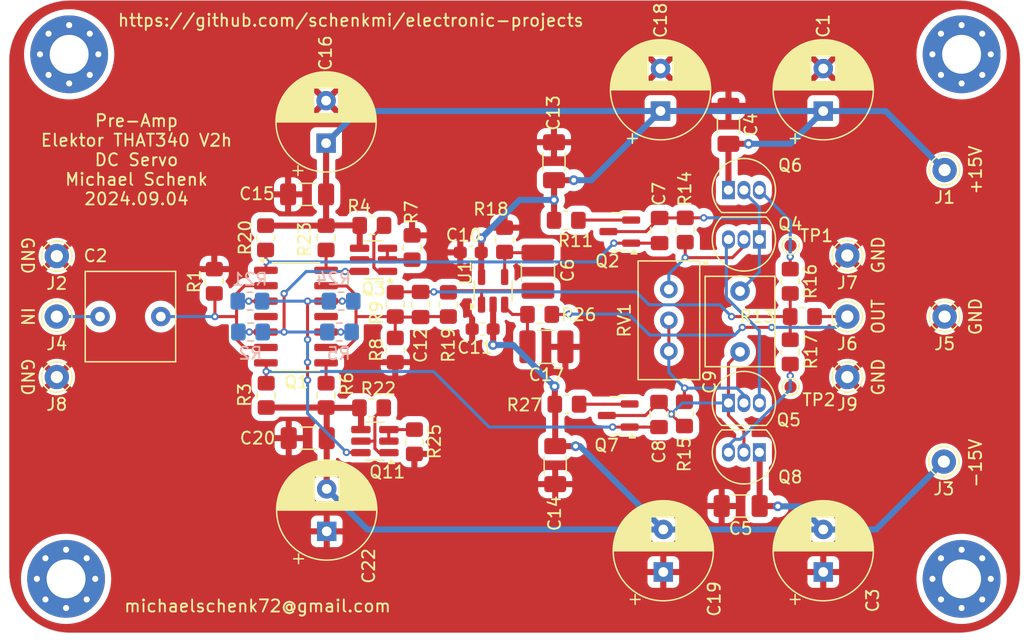
<source format=kicad_pcb>
(kicad_pcb (version 20240108) (generator "pcbnew") (generator_version "8.0")
  (layers (0 "F.Cu" signal) (31 "B.Cu" signal) (34 "B.Paste" user) (35 "F.Paste" user) (36 "B.SilkS" user "B.Silkscreen") (37 "F.SilkS" user "F.Silkscreen") (38 "B.Mask" user) (39 "F.Mask" user) (44 "Edge.Cuts" user))
  (net 0 "")
  (net 1 "GND")
  (net 2 "+15V")
  (net 3 "Net-(J4-Pin_1)")
  (net 4 "-15V")
  (net 5 "Net-(U1--)")
  (net 6 "Net-(Q1A-C)")
  (net 7 "Net-(Q2-C)")
  (net 8 "Net-(C12-Pad1)")
  (net 9 "Net-(Q1C-E)")
  (net 10 "Net-(Q1B-B)")
  (net 11 "Net-(U1-+)")
  (net 12 "Net-(Q1A-B)")
  (net 13 "Net-(Q1A-E)")
  (net 14 "Net-(Q1C-C)")
  (net 15 "Net-(Q1D-E)")
  (net 16 "Net-(Q1B-E)")
  (net 17 "Net-(Q1B-C)")
  (net 18 "Net-(Q3A-E1)")
  (net 19 "Net-(Q3A-B1)")
  (net 20 "Net-(Q3A-C1)")
  (net 21 "Net-(Q4-B)")
  (net 22 "Net-(Q4-E)")
  (net 23 "Net-(Q5-B)")
  (net 24 "DCSERVO_OUT")
  (net 25 "DCSERVO_IN")
  (net 26 "Net-(Q8-E)")
  (net 27 "Net-(Q1-Pad10)")
  (net 28 "Net-(Q11A-E1)")
  (net 29 "Net-(Q11A-B1)")
  (net 30 "Net-(Q11A-C1)")
  (net 31 "Net-(Q5-C)")
  (net 32 "Net-(Q2-E)")
  (net 33 "Net-(Q7-E)")
  (net 34 "Net-(Q6-E)")
  (footprint "Capacitor_THT:CP_Radial_D8.0mm_P3.50mm" (layer "F.Cu") (at 188.2648 105.0036 90)
    (property "Reference" "C1")
    (property "Value" "220uF")
  )
  (footprint "Capacitor_THT:C_Rect_L7.2mm_W7.2mm_P5.00mm_FKS2_FKP2_MKS2_MKP2" (layer "F.Cu") (at 133.778 121.92 180)
    (property "Reference" "C2")
    (property "Value" "3.3uF")
  )
  (footprint "Capacitor_SMD:C_1206_3216Metric_Pad1.33x1.80mm_HandSolder" (layer "F.Cu") (at 181.4699 137.5156 180)
    (property "Reference" "C5")
    (property "Value" "100nF")
  )
  (footprint "Connector_Pin:Pin_D1.0mm_L10.0mm" (layer "F.Cu") (at 125.222 116.9416)
    (property "Reference" "J2")
    (property "Value" "Conn_01x01")
  )
  (footprint "Connector_Pin:Pin_D1.0mm_L10.0mm" (layer "F.Cu") (at 125.222 121.92)
    (property "Reference" "J4")
    (property "Value" "Conn_01x01")
  )
  (footprint "Resistor_SMD:R_0805_2012Metric_Pad1.20x1.40mm_HandSolder" (layer "F.Cu") (at 138.176 119.015 90)
    (property "Reference" "R1")
    (property "Value" "10k")
  )
  (footprint "Resistor_SMD:R_0805_2012Metric_Pad1.20x1.40mm_HandSolder" (layer "F.Cu") (at 142.4432 128.4064 -90)
    (property "Reference" "R3")
    (property "Value" "806R")
  )
  (footprint "Resistor_SMD:R_0805_2012Metric_Pad1.20x1.40mm_HandSolder" (layer "F.Cu") (at 151.1369 114.4168)
    (property "Reference" "R4")
    (property "Value" "120R")
  )
  (footprint "Resistor_SMD:R_0805_2012Metric_Pad1.20x1.40mm_HandSolder" (layer "F.Cu") (at 147.3708 128.4064 -90)
    (property "Reference" "R6")
    (property "Value" "806R")
  )
  (footprint "Resistor_SMD:R_0805_2012Metric_Pad1.20x1.40mm_HandSolder" (layer "F.Cu") (at 153.0604 120.92 -90)
    (property "Reference" "R9")
    (property "Value" "10k")
  )
  (footprint "MountingHole:MountingHole_3.2mm_M3_Pad_Via" (layer "F.Cu") (at 199.644 143.51)
    (property "Reference" "H2" (hide yes))
    (property "Value" "MountingHole")
  )
  (footprint "MountingHole:MountingHole_3.2mm_M3_Pad_Via" (layer "F.Cu") (at 199.644 100.33)
    (property "Reference" "H1" (hide yes))
    (property "Value" "MountingHole")
  )
  (footprint "Resistor_SMD:R_0805_2012Metric_Pad1.20x1.40mm_HandSolder" (layer "F.Cu") (at 167.1226 113.9952)
    (property "Reference" "R11")
    (property "Value" "249R")
  )
  (footprint "MountingHole:MountingHole_3.2mm_M3_Pad_Via" (layer "F.Cu") (at 126.238 100.33)
    (property "Reference" "H4" (hide yes))
    (property "Value" "MountingHole")
  )
  (footprint "Resistor_SMD:R_0805_2012Metric_Pad1.20x1.40mm_HandSolder" (layer "F.Cu") (at 153.0604 124.6773 -90)
    (property "Reference" "R8")
    (property "Value" "4.7k")
  )
  (footprint "Capacitor_SMD:C_0805_2012Metric_Pad1.18x1.45mm_HandSolder" (layer "F.Cu") (at 155.1432 120.9255 -90)
    (property "Reference" "C12")
    (property "Value" "4.7pF")
  )
  (footprint "Capacitor_SMD:C_1206_3216Metric_Pad1.33x1.80mm_HandSolder" (layer "F.Cu") (at 166.2176 134.1505 -90)
    (property "Reference" "C14")
    (property "Value" "100nF")
  )
  (footprint "Resistor_SMD:R_0805_2012Metric_Pad1.20x1.40mm_HandSolder" (layer "F.Cu") (at 154.4422 116.2362 90)
    (property "Reference" "R7")
    (property "Value" "10k")
  )
  (footprint "Connector_Pin:Pin_D1.0mm_L10.0mm" (layer "F.Cu") (at 190.246 121.92)
    (property "Reference" "J6")
    (property "Value" "Conn_01x01")
  )
  (footprint "Connector_Pin:Pin_D1.0mm_L10.0mm" (layer "F.Cu") (at 190.246 116.8908)
    (property "Reference" "J7")
    (property "Value" "Conn_01x01")
  )
  (footprint "Resistor_SMD:R_0805_2012Metric_Pad1.20x1.40mm_HandSolder" (layer "F.Cu") (at 142.3924 115.4336 -90)
    (property "Reference" "R20")
    (property "Value" "806R")
  )
  (footprint "Resistor_SMD:R_0805_2012Metric_Pad1.20x1.40mm_HandSolder" (layer "F.Cu") (at 151.114 129.4318 180)
    (property "Reference" "R22")
    (property "Value" "120R")
  )
  (footprint "Resistor_SMD:R_0805_2012Metric_Pad1.20x1.40mm_HandSolder" (layer "F.Cu") (at 147.3708 115.4336 -90)
    (property "Reference" "R23")
    (property "Value" "806R")
  )
  (footprint "Resistor_SMD:R_0805_2012Metric_Pad1.20x1.40mm_HandSolder" (layer "F.Cu") (at 154.6352 132.2235 90)
    (property "Reference" "R25")
    (property "Value" "10k")
  )
  (footprint "Resistor_SMD:R_0805_2012Metric_Pad1.20x1.40mm_HandSolder" (layer "F.Cu") (at 167.1828 129.1336 180)
    (property "Reference" "R27")
    (property "Value" "249R")
  )
  (footprint "Connector_Pin:Pin_D1.0mm_L10.0mm" (layer "F.Cu") (at 198.247 109.855)
    (property "Reference" "J1")
    (property "Value" "Conn_01x01")
  )
  (footprint "Connector_Pin:Pin_D1.0mm_L10.0mm" (layer "F.Cu") (at 198.1835 133.858)
    (property "Reference" "J3")
    (property "Value" "Conn_01x01")
  )
  (footprint "Connector_Pin:Pin_D1.0mm_L10.0mm" (layer "F.Cu") (at 198.247 121.92)
    (property "Reference" "J5")
    (property "Value" "Conn_01x01")
  )
  (footprint "Capacitor_THT:CP_Radial_D8.0mm_P3.50mm" (layer "F.Cu") (at 174.879 105 90)
    (property "Reference" "C18")
    (property "Value" "220uF")
  )
  (footprint "Capacitor_THT:CP_Radial_D8.0mm_P3.50mm" (layer "F.Cu") (at 175.1076 142.946 90)
    (property "Reference" "C19")
    (property "Value" "220uF")
  )
  (footprint "Resistor_SMD:R_0805_2012Metric_Pad1.20x1.40mm_HandSolder" (layer "F.Cu") (at 186.547 121.92 180)
    (property "Reference" "R13")
    (property "Value" "47R")
  )
  (footprint "Package_TO_SOT_SMD:SC-74-6_1.55x2.9mm_P0.95mm" (layer "F.Cu") (at 151.2744 117.2464 180)
    (property "Reference" "Q3")
    (property "Value" "BCM857DS,115")
  )
  (footprint "Package_TO_SOT_SMD:SC-74-6_1.55x2.9mm_P0.95mm" (layer "F.Cu") (at 151.3848 132.1709 180)
    (property "Reference" "Q11")
    (property "Value" "BCM847DS,115")
  )
  (footprint "Capacitor_SMD:C_1206_3216Metric_Pad1.33x1.80mm_HandSolder" (layer "F.Cu") (at 166.116 109.1307 -90)
    (property "Reference" "C13")
    (property "Value" "100nF")
  )
  (footprint "Package_SO:SOIC-14_3.9x8.7mm_P1.27mm" (layer "F.Cu") (at 144.894537 121.92)
    (property "Reference" "Q1")
    (property "Value" "THAT340")
  )
  (footprint "Capacitor_THT:C_Rect_L7.2mm_W5.5mm_P5.00mm_FKS2_FKP2_MKS2_MKP2" (layer "F.Cu") (at 181.4195 124.8245 90)
    (property "Reference" "C9")
    (property "Value" "1uF")
  )
  (footprint "Package_TO_SOT_SMD:SOT-23" (layer "F.Cu") (at 171.5285 114.9248 180)
    (property "Reference" "Q2")
    (property "Value" "BC860C")
  )
  (footprint "Package_TO_SOT_THT:TO-92_Inline" (layer "F.Cu") (at 183.007 115.57 180)
    (property "Reference" "Q4")
    (property "Value" "BC550C")
  )
  (footprint "Package_TO_SOT_THT:TO-92_Inline" (layer "F.Cu") (at 180.467 129.032)
    (property "Reference" "Q5")
    (property "Value" "BC560C")
  )
  (footprint "Package_TO_SOT_THT:TO-92_Inline" (layer "F.Cu") (at 180.467 111.506)
    (property "Reference" "Q6")
    (property "Value" "BC337-40")
  )
  (footprint "Package_TO_SOT_THT:TO-92_Inline" (layer "F.Cu") (at 183.007 133.096 180)
    (property "Reference" "Q8")
    (property "Value" "BC327-40")
  )
  (footprint "Resistor_SMD:R_0805_2012Metric_Pad1.20x1.40mm_HandSolder" (layer "F.Cu") (at 176.911 114.792 -90)
    (property "Reference" "R14")
    (property "Value" "390R")
  )
  (footprint "Resistor_SMD:R_0805_2012Metric_Pad1.20x1.40mm_HandSolder" (layer "F.Cu") (at 176.8475 129.9309 -90)
    (property "Reference" "R15")
    (property "Value" "390R")
  )
  (footprint "Resistor_SMD:R_0805_2012Metric_Pad1.20x1.40mm_HandSolder" (layer "F.Cu") (at 185.547 119.015 -90)
    (property "Reference" "R16")
    (property "Value" "10R")
  )
  (footprint "Resistor_SMD:R_0805_2012Metric_Pad1.20x1.40mm_HandSolder" (layer "F.Cu") (at 185.547 124.825 -90)
    (property "Reference" "R17")
    (property "Value" "10R")
  )
  (footprint "Potentiometer_THT:Potentiometer_Bourns_3296W_Vertical" (layer "F.Cu") (at 175.5648 119.6848 90)
    (property "Reference" "RV1")
    (property "Value" "10k")
  )
  (footprint "MountingHole:MountingHole_3.2mm_M3_Pad_Via" (layer "F.Cu") (at 125.984 143.51)
    (property "Reference" "H3" (hide yes))
    (property "Value" "MountingHole")
  )
  (footprint "Capacitor_SMD:C_1206_3216Metric_Pad1.33x1.80mm_HandSolder" (layer "F.Cu") (at 180.467 106.1335 -90)
    (property "Reference" "C4")
    (property "Value" "100nF")
  )
  (footprint "Capacitor_THT:CP_Radial_D8.0mm_P3.50mm" (layer "F.Cu") (at 188.2648 142.946 90)
    (property "Reference" "C3")
    (property "Value" "220uF")
  )
  (footprint "Capacitor_SMD:C_1210_3225Metric_Pad1.33x2.70mm_HandSolder" (layer "F.Cu") (at 164.7952 118.2258 90)
    (property "Reference" "C6")
    (property "Value" "1uF/16V")
  )
  (footprint "Capacitor_SMD:C_0603_1608Metric_Pad1.08x0.95mm_HandSolder" (layer "F.Cu") (at 159.27028 116.6387)
    (property "Reference" "C10")
    (property "Value" "100nF")
  )
  (footprint "Capacitor_SMD:C_0603_1608Metric_Pad1.08x0.95mm_HandSolder" (layer "F.Cu") (at 160.24818 122.9506)
    (property "Reference" "C11")
    (property "Value" "100nF")
  )
  (footprint "Capacitor_SMD:C_1210_3225Metric_Pad1.33x2.70mm_HandSolder" (layer "F.Cu") (at 165.4941 124.4092 180)
    (property "Reference" "C17")
    (property "Value" "1uF/16V")
  )
  (footprint "Resistor_SMD:R_0805_2012Metric_Pad1.20x1.40mm_HandSolder" (layer "F.Cu") (at 162.052 115.6006 90)
    (property "Reference" "R18")
    (property "Value" "160k")
  )
  (footprint "Resistor_SMD:R_0805_2012Metric_Pad1.20x1.40mm_HandSolder" (layer "F.Cu") (at 157.4292 120.92 -90)
    (property "Reference" "R19")
    (property "Value" "47k")
  )
  (footprint "Resistor_SMD:R_0805_2012Metric_Pad1.20x1.40mm_HandSolder" (layer "F.Cu") (at 164.93668 121.7441 180)
    (property "Reference" "R26")
    (property "Value" "160k")
  )
  (footprint "Package_TO_SOT_SMD:TSOT-23-5" (layer "F.Cu") (at 161.10818 119.7991 90)
    (property "Reference" "U1")
    (property "Value" "OPA182IDBVR")
  )
  (footprint "Capacitor_SMD:C_1206_3216Metric_Pad1.33x1.80mm_HandSolder" (layer "F.Cu") (at 145.8591 131.9276 180)
    (property "Reference" "C20")
    (property "Value" "100nF")
  )
  (footprint "Package_TO_SOT_SMD:SOT-23" (layer "F.Cu") (at 171.3992 130.0632 180)
    (property "Reference" "Q7")
    (property "Value" "BC850C")
  )
  (footprint "Capacitor_SMD:C_0805_2012Metric_Pad1.18x1.45mm_HandSolder" (layer "F.Cu") (at 174.8028 114.8373 -90)
    (property "Reference" "C7")
    (property "Value" "22pF")
  )
  (footprint "TestPoint:TestPoint_Pad_D1.0mm" (layer "F.Cu") (at 185.5724 127.7112)
    (property "Reference" "TP2")
    (property "Value" "TestPoint")
  )
  (footprint "Capacitor_THT:CP_Radial_D8.0mm_P3.50mm" (layer "F.Cu") (at 147.4216 139.5984 90)
    (property "Reference" "C22")
    (property "Value" "220uF")
  )
  (footprint "Capacitor_SMD:C_1206_3216Metric_Pad1.33x1.80mm_HandSolder" (layer "F.Cu") (at 145.8083 111.8616)
    (property "Reference" "C15")
    (property "Value" "100nF")
  )
  (footprint "Connector_Pin:Pin_D1.0mm_L10.0mm" (layer "F.Cu") (at 125.222 126.8984)
    (property "Reference" "J8")
    (property "Value" "Conn_01x01")
  )
  (footprint "TestPoint:TestPoint_Pad_D1.0mm" (layer "F.Cu") (at 185.5724 116.078)
    (property "Reference" "TP1")
    (property "Value" "TestPoint")
  )
  (footprint "Connector_Pin:Pin_D1.0mm_L10.0mm" (layer "F.Cu") (at 190.246 126.8984)
    (property "Reference" "J9")
    (property "Value" "Conn_01x01")
  )
  (footprint "Capacitor_THT:CP_Radial_D8.0mm_P3.50mm" (layer "F.Cu") (at 147.3708 107.6452 90)
    (property "Reference" "C16")
    (property "Value" "220uF")
  )
  (footprint "Capacitor_SMD:C_0805_2012Metric_Pad1.18x1.45mm_HandSolder" (layer "F.Cu") (at 174.752 129.9781 -90)
    (property "Reference" "C8")
    (property "Value" "22pF")
  )
  (footprint "Resistor_SMD:R_0805_2012Metric_Pad1.20x1.40mm_HandSolder" (layer "B.Cu") (at 141.1572 123.19 180)
    (property "Reference" "R2")
    (property "Value" "80.6R")
  )
  (footprint "Resistor_SMD:R_0805_2012Metric_Pad1.20x1.40mm_HandSolder" (layer "B.Cu") (at 148.4724 123.19)
    (property "Reference" "R5")
    (property "Value" "80.6R")
  )
  (footprint "Resistor_SMD:R_0805_2012Metric_Pad1.20x1.40mm_HandSolder" (layer "B.Cu") (at 141.1064 120.65)
    (property "Reference" "R21")
    (property "Value" "80.6R")
  )
  (footprint "Resistor_SMD:R_0805_2012Metric_Pad1.20x1.40mm_HandSolder" (layer "B.Cu") (at 148.606 120.65 180)
    (property "Reference" "R24")
    (property "Value" "80.6R")
  )
  (gr_line (start 121.285 142.955) (end 121.285 100.885) (stroke (width 0.05)) (layer "Edge.Cuts"))
  (gr_line (start 204.47 100.885) (end 204.47 142.955) (stroke (width 0.05)) (layer "Edge.Cuts"))
  (gr_arc (start 204.47 142.955) (mid 203.005534 146.490534) (end 199.47 147.955) (stroke (width 0.05)) (layer "Edge.Cuts"))
  (gr_arc (start 126.285 147.955) (mid 122.749466 146.490534) (end 121.285 142.955) (stroke (width 0.05)) (layer "Edge.Cuts"))
  (gr_line (start 199.47 147.955) (end 126.285 147.955) (stroke (width 0.05)) (layer "Edge.Cuts"))
  (gr_arc (start 199.47 95.885) (mid 203.005534 97.349466) (end 204.47 100.885) (stroke (width 0.05)) (layer "Edge.Cuts"))
  (gr_line (start 126.285 95.885) (end 199.47 95.885) (stroke (width 0.05)) (layer "Edge.Cuts"))
  (gr_arc (start 121.285 100.885) (mid 122.749466 97.349466) (end 126.285 95.885) (stroke (width 0.05)) (layer "Edge.Cuts"))
  (gr_text "GND" (at 192.786 116.84 90) (layer "F.SilkS") (effects (font (size 1 1))))
  (gr_text "OUT" (at 192.786 121.92 90) (layer "F.SilkS") (effects (font (size 1 1))))
  (gr_text "michaelschenk72@gmail.com" (at 141.732 145.7452 0) (layer "F.SilkS") (effects (font (size 1 1))))
  (gr_text "GND" (at 200.787 121.92 90) (layer "F.SilkS") (effects (font (size 1 1))))
  (gr_text "+15V" (at 200.787 109.855 90) (layer "F.SilkS") (effects (font (size 1 1))))
  (gr_text "-15V" (at 200.787 133.985 90) (layer "F.SilkS") (effects (font (size 1 1))))
  (gr_text "Pre-Amp\nElektor THAT340 V2h\nDC Servo\nMichael Schenk\n2024.09.04" (at 131.7752 109.0168 0) (layer "F.SilkS") (effects (font (size 1 1))))
  (gr_text "IN" (at 122.809 121.92 270) (layer "F.SilkS") (effects (font (size 1 1))))
  (gr_text "GND" (at 192.786 126.8984 90) (layer "F.SilkS") (effects (font (size 1 1))))
  (gr_text "GND" (at 122.809 116.8908 270) (layer "F.SilkS") (effects (font (size 1 1))))
  (gr_text "https://github.com/schenkmi/electronic-projects" (at 149.4028 97.536 0) (layer "F.SilkS") (effects (font (size 1 1))))
  (gr_text "GND" (at 122.809 126.8984 270) (layer "F.SilkS") (effects (font (size 1 1))))
  (gr_text "°" (at 178.562 117.9068 0) (layer "F.SilkS") (effects (font (size 1 1))))
  (segment (start 180.467 105.0218) (end 180.4888 105) (width 0.5) (layer "F.Cu") (net 1))
  (segment (start 150.1369 114.4168) (end 147.3876 114.4168) (width 0.5) (layer "F.Cu") (net 2))
  (segment (start 160.13278 116.6387) (end 160.13278 115.4703) (width 0.5) (layer "F.Cu") (net 2))
  (segment (start 166.116 110.6932) (end 167.7416 110.6932) (width 0.5) (layer "F.Cu") (net 2))
  (segment (start 147.3876 114.4168) (end 147.3708 114.4336) (width 0.5) (layer "F.Cu") (net 2))
  (segment (start 166.1226 110.6998) (end 166.116 110.6932) (width 0.5) (layer "F.Cu") (net 2))
  (segment (start 142.3924 114.4336) (end 147.3708 114.4336) (width 0.5) (layer "F.Cu") (net 2))
  (segment (start 147.3708 111.8616) (end 147.3708 114.4336) (width 0.5) (layer "F.Cu") (net 2))
  (segment (start 147.3708 107.6452) (end 147.3708 111.8616) (width 0.5) (layer "F.Cu") (net 2))
  (segment (start 180.467 107.696) (end 180.467 111.506) (width 0.5) (layer "F.Cu") (net 2))
  (segment (start 150.1369 114.4168) (end 150.1369 116.2964) (width 0.5) (layer "F.Cu") (net 2))
  (segment (start 180.467 107.696) (end 182.118 107.696) (width 0.5) (layer "F.Cu") (net 2))
  (segment (start 166.1226 113.9952) (end 166.1226 110.6998) (width 0.5) (layer "F.Cu") (net 2))
  (segment (start 160.13278 116.6387) (end 160.13278 118.4637) (width 0.5) (layer "F.Cu") (net 2))
  (via (at 167.7416 110.6932) (size 0.8) (drill 0.4) (layers "F.Cu" "B.Cu") (net 2))
  (via (at 166.116 112.3188) (size 0.8) (drill 0.4) (layers "F.Cu" "B.Cu") (net 2))
  (via (at 160.13278 115.4703) (size 0.8) (drill 0.4) (layers "F.Cu" "B.Cu") (net 2))
  (via (at 182.118 107.696) (size 0.8) (drill 0.4) (layers "F.Cu" "B.Cu") (net 2))
  (segment (start 198.247 109.855) (end 193.3956 105.0036) (width 0.5) (layer "B.Cu") (net 2))
  (segment (start 150.016 105) (end 147.3708 107.6452) (width 0.5) (layer "B.Cu") (net 2))
  (segment (start 175.1584 105) (end 187.9964 105) (width 0.5) (layer "B.Cu") (net 2))
  (segment (start 167.7416 110.6932) (end 169.1858 110.6932) (width 0.5) (layer "B.Cu") (net 2))
  (segment (start 166.116 112.3188) (end 163.28428 112.3188) (width 0.5) (layer "B.Cu") (net 2))
  (segment (start 188.2648 105.0036) (end 185.5724 107.696) (width 0.5) (layer "B.Cu") (net 2))
  (segment (start 169.1858 110.6932) (end 174.879 105) (width 0.5) (layer "B.Cu") (net 2))
  (segment (start 193.3956 105.0036) (end 188 105.0036) (width 0.5) (layer "B.Cu") (net 2))
  (segment (start 150.016 105) (end 175.1584 105) (width 0.5) (layer "B.Cu") (net 2))
  (segment (start 185.5724 107.696) (end 182.118 107.696) (width 0.5) (layer "B.Cu") (net 2))
  (segment (start 163.28428 112.3188) (end 160.13278 115.4703) (width 0.5) (layer "B.Cu") (net 2))
  (segment (start 125.222 121.92) (end 128.778 121.92) (width 0.25) (layer "B.Cu") (net 3))
  (segment (start 142.4432 129.4064) (end 147.3708 129.4064) (width 0.5) (layer "F.Cu") (net 4))
  (segment (start 147.4216 129.4572) (end 147.3708 129.4064) (width 0.5) (layer "F.Cu") (net 4))
  (segment (start 150.2473 131.2209) (end 150.2473 129.5651) (width 0.5) (layer "F.Cu") (net 4))
  (segment (start 147.4216 136.0984) (end 147.4216 131.9276) (width 0.5) (layer "F.Cu") (net 4))
  (segment (start 147.3962 129.4318) (end 147.3708 129.4064) (width 0.5) (layer "F.Cu") (net 4))
  (segment (start 150.114 129.4318) (end 147.3962 129.4318) (width 0.5) (layer "F.Cu") (net 4))
  (segment (start 166.1828 127.6764) (end 166.1668 127.6604) (width 0.5) (layer "F.Cu") (net 4))
  (segment (start 161.11068 122.9506) (end 161.11068 121.1116) (width 0.5) (layer "F.Cu") (net 4))
  (segment (start 166.1828 129.1336) (end 166.1828 127.6764) (width 0.5) (layer "F.Cu") (net 4))
  (segment (start 161.11068 124.246) (end 161.09798 124.2587) (width 0.5) (layer "F.Cu") (net 4))
  (segment (start 183.0324 137.5156) (end 184.5056 137.5156) (width 0.5) (layer "F.Cu") (net 4))
  (segment (start 166.2176 132.588) (end 167.894 132.588) (width 0.5) (layer "F.Cu") (net 4))
  (segment (start 161.11068 122.9506) (end 161.11068 124.246) (width 0.5) (layer "F.Cu") (net 4))
  (segment (start 150.2473 129.5651) (end 150.114 129.4318) (width 0.5) (layer "F.Cu") (net 4))
  (segment (start 166.2176 129.1684) (end 166.1828 129.1336) (width 0.5) (layer "F.Cu") (net 4))
  (segment (start 166.2176 132.588) (end 166.2176 129.1684) (width 0.5) (layer "F.Cu") (net 4))
  (segment (start 147.4216 131.9276) (end 147.4216 129.4572) (width 0.5) (layer "F.Cu") (net 4))
  (segment (start 183.0324 137.5156) (end 183.0324 133.1214) (width 0.5) (layer "F.Cu") (net 4))
  (segment (start 184.5056 137.5156) (end 184.531 137.541) (width 0.5) (layer "F.Cu") (net 4))
  (via (at 167.894 132.588) (size 0.8) (drill 0.4) (layers "F.Cu" "B.Cu") (net 4))
  (via (at 161.09798 124.2587) (size 0.8) (drill 0.4) (layers "F.Cu" "B.Cu") (net 4))
  (via (at 184.531 137.541) (size 0.8) (drill 0.4) (layers "F.Cu" "B.Cu") (net 4))
  (via (at 166.1668 127.6604) (size 0.8) (drill 0.4) (layers "F.Cu" "B.Cu") (net 4))
  (segment (start 186.3598 137.541) (end 184.531 137.541) (width 0.5) (layer "B.Cu") (net 4))
  (segment (start 168.2496 132.588) (end 167.894 132.588) (width 0.5) (layer "B.Cu") (net 4))
  (segment (start 175.1076 139.446) (end 168.2496 132.588) (width 0.5) (layer "B.Cu") (net 4))
  (segment (start 150.7692 139.446) (end 175.1076 139.446) (width 0.5) (layer "B.Cu") (net 4))
  (segment (start 188.2648 139.446) (end 186.3598 137.541) (width 0.5) (layer "B.Cu") (net 4))
  (segment (start 175.1076 139.446) (end 188.2648 139.446) (width 0.5) (layer "B.Cu") (net 4))
  (segment (start 162.7651 124.2587) (end 161.09798 124.2587) (width 0.5) (layer "B.Cu") (net 4))
  (segment (start 150.7692 139.446) (end 147.4216 136.0984) (width 0.5) (layer "B.Cu") (net 4))
  (segment (start 166.1668 127.6604) (end 162.7651 124.2587) (width 0.5) (layer "B.Cu") (net 4))
  (segment (start 192.5955 139.446) (end 198.1835 133.858) (width 0.5) (layer "B.Cu") (net 4))
  (segment (start 188.2648 139.446) (end 192.5955 139.446) (width 0.5) (layer "B.Cu") (net 4))
  (segment (start 162.1147 116.6633) (end 162.052 116.6006) (width 0.25) (layer "F.Cu") (net 5))
  (segment (start 162.05818 118.6616) (end 162.05818 116.60678) (width 0.25) (layer "F.Cu") (net 5))
  (segment (start 164.7952 116.6633) (end 162.1147 116.6633) (width 0.25) (layer "F.Cu") (net 5))
  (segment (start 162.05818 116.60678) (end 162.052 116.6006) (width 0.25) (layer "F.Cu") (net 5))
  (segment (start 142.419537 117.422463) (end 142.419537 116.460737) (width 0.25) (layer "F.Cu") (net 6))
  (segment (start 172.466 115.8748) (end 171.0436 115.8748) (width 0.25) (layer "F.Cu") (net 6))
  (segment (start 172.466 115.8748) (end 174.8028 115.8748) (width 0.25) (layer "F.Cu") (net 6))
  (segment (start 142.419537 118.11) (end 142.419537 117.422463) (width 0.25) (layer "F.Cu") (net 6))
  (via (at 171.0436 115.8748) (size 0.6) (drill 0.3) (layers "F.Cu" "B.Cu") (net 6))
  (via (at 142.419537 117.422463) (size 0.6) (drill 0.3) (layers "F.Cu" "B.Cu") (net 6))
  (segment (start 171.0436 115.8748) (end 169.495937 117.422463) (width 0.25) (layer "B.Cu") (net 6))
  (segment (start 169.495937 117.422463) (end 142.419537 117.422463) (width 0.25) (layer "B.Cu") (net 6))
  (segment (start 173.6778 114.9248) (end 174.8028 113.7998) (width 0.25) (layer "F.Cu") (net 7))
  (segment (start 170.591 114.9248) (end 173.6778 114.9248) (width 0.25) (layer "F.Cu") (net 7))
  (segment (start 174.795 113.792) (end 174.8028 113.7998) (width 0.25) (layer "F.Cu") (net 7))
  (segment (start 178.435 113.792) (end 176.911 113.792) (width 0.25) (layer "F.Cu") (net 7))
  (segment (start 174.8028 113.7998) (end 176.9032 113.7998) (width 0.25) (layer "F.Cu") (net 7))
  (segment (start 176.9032 113.7998) (end 176.911 113.792) (width 0.25) (layer "F.Cu") (net 7))
  (via (at 178.435 113.792) (size 0.6) (drill 0.3) (layers "F.Cu" "B.Cu") (net 7))
  (segment (start 181.4195 119.8245) (end 183.007 118.237) (width 0.25) (layer "B.Cu") (net 7))
  (segment (start 183.007 113.792) (end 178.435 113.792) (width 0.25) (layer "B.Cu") (net 7))
  (segment (start 183.007 113.792) (end 183.007 112.933095) (width 0.25) (layer "B.Cu") (net 7))
  (segment (start 183.007 112.933095) (end 181.737 111.663095) (width 0.25) (layer "B.Cu") (net 7))
  (segment (start 183.007 115.57) (end 183.007 113.792) (width 0.25) (layer "B.Cu") (net 7))
  (segment (start 183.007 118.237) (end 183.007 115.57) (width 0.25) (layer "B.Cu") (net 7))
  (segment (start 185.547 123.825) (end 185.547 121.92) (width 0.25) (layer "F.Cu") (net 8))
  (segment (start 185.547 121.92) (end 185.547 120.015) (width 0.25) (layer "F.Cu") (net 8))
  (segment (start 155.1432 119.888) (end 153.0604 119.888) (width 0.25) (layer "F.Cu") (net 8))
  (segment (start 156.2297 119.888) (end 155.1432 119.888) (width 0.25) (layer "F.Cu") (net 8))
  (segment (start 180.721 121.92) (end 185.547 121.92) (width 0.25) (layer "F.Cu") (net 8))
  (via (at 156.2297 119.888) (size 0.6) (drill 0.3) (layers "F.Cu" "B.Cu") (net 8))
  (via (at 180.721 121.92) (size 0.6) (drill 0.3) (layers "F.Cu" "B.Cu") (net 8))
  (segment (start 172.8724 119.888) (end 173.9392 120.9548) (width 0.25) (layer "B.Cu") (net 8))
  (segment (start 173.9392 120.9548) (end 179.7558 120.9548) (width 0.25) (layer "B.Cu") (net 8))
  (segment (start 179.7558 120.9548) (end 180.721 121.92) (width 0.25) (layer "B.Cu") (net 8))
  (segment (start 156.2297 119.888) (end 172.8724 119.888) (width 0.25) (layer "B.Cu") (net 8))
  (segment (start 172.3367 131.0132) (end 170.942 131.0132) (width 0.25) (layer "F.Cu") (net 9))
  (segment (start 173.5352 131.0156) (end 173.5328 131.0132) (width 0.25) (layer "F.Cu") (net 9))
  (segment (start 142.4432 127.4064) (end 142.4432 126.4412) (width 0.25) (layer "F.Cu") (net 9))
  (segment (start 142.4432 126.4412) (end 142.4432 125.753663) (width 0.25) (layer "F.Cu") (net 9))
  (segment (start 173.5304 131.0156) (end 172.3391 131.0156) (width 0.25) (layer "F.Cu") (net 9))
  (segment (start 142.4432 125.753663) (end 142.419537 125.73) (width 0.25) (layer "F.Cu") (net 9))
  (segment (start 174.752 131.0156) (end 173.5352 131.0156) (width 0.25) (layer "F.Cu") (net 9))
  (segment (start 173.5328 131.0132) (end 173.5304 131.0156) (width 0.25) (layer "F.Cu") (net 9))
  (segment (start 172.3391 131.0156) (end 172.3367 131.0132) (width 0.25) (layer "F.Cu") (net 9))
  (via (at 170.942 131.0132) (size 0.6) (drill 0.3) (layers "F.Cu" "B.Cu") (net 9))
  (via (at 142.4432 126.4412) (size 0.6) (drill 0.3) (layers "F.Cu" "B.Cu") (net 9))
  (segment (start 156.21 126.4412) (end 142.4432 126.4412) (width 0.25) (layer "B.Cu") (net 9))
  (segment (start 160.782 131.0132) (end 156.21 126.4412) (width 0.25) (layer "B.Cu") (net 9))
  (segment (start 170.942 131.0132) (end 160.782 131.0132) (width 0.25) (layer "B.Cu") (net 9))
  (segment (start 170.942 131.0132) (end 170.8266 131.1286) (width 0.25) (layer "B.Cu") (net 9))
  (segment (start 153.1034 121.963) (end 153.0604 121.92) (width 0.25) (layer "F.Cu") (net 10))
  (segment (start 149.86 121.92) (end 149.8346 121.8946) (width 0.25) (layer "F.Cu") (net 10))
  (segment (start 149.0726 119.4054) (end 147.4328 119.4054) (width 0.25) (layer "F.Cu") (net 10))
  (segment (start 147.382 124.4346) (end 149.1234 124.4346) (width 0.25) (layer "F.Cu") (net 10))
  (segment (start 155.1432 121.963) (end 153.1034 121.963) (width 0.25) (layer "F.Cu") (net 10))
  (segment (start 149.8346 121.8946) (end 149.8346 120.1674) (width 0.25) (layer "F.Cu") (net 10))
  (segment (start 149.8346 123.7234) (end 149.8346 121.8946) (width 0.25) (layer "F.Cu") (net 10))
  (segment (start 153.0604 123.6773) (end 153.0604 121.92) (width 0.25) (layer "F.Cu") (net 10))
  (segment (start 149.1234 124.4346) (end 149.8346 123.7234) (width 0.25) (layer "F.Cu") (net 10))
  (segment (start 157.4292 121.92) (end 155.1862 121.92) (width 0.25) (layer "F.Cu") (net 10))
  (segment (start 153.0604 121.92) (end 149.86 121.92) (width 0.25) (layer "F.Cu") (net 10))
  (segment (start 149.8346 120.1674) (end 149.0726 119.4054) (width 0.25) (layer "F.Cu") (net 10))
  (segment (start 163.9316 121.74918) (end 163.93668 121.7441) (width 0.25) (layer "F.Cu") (net 11))
  (segment (start 163.9316 124.4092) (end 163.9316 121.74918) (width 0.25) (layer "F.Cu") (net 11))
  (segment (start 162.69318 121.7441) (end 162.05818 121.1091) (width 0.25) (layer "F.Cu") (net 11))
  (segment (start 163.93668 121.7441) (end 162.69318 121.7441) (width 0.25) (layer "F.Cu") (net 11))
  (segment (start 138.2268 121.92) (end 140.0048 121.92) (width 0.25) (layer "F.Cu") (net 12))
  (segment (start 142.419537 119.38) (end 140.6652 119.38) (width 0.25) (layer "F.Cu") (net 12))
  (segment (start 140.0048 120.0404) (end 140.0048 121.92) (width 0.25) (layer "F.Cu") (net 12))
  (segment (start 138.2268 120.0658) (end 138.176 120.015) (width 0.25) (layer "F.Cu") (net 12))
  (segment (start 138.2268 121.92) (end 138.2268 120.0658) (width 0.25) (layer "F.Cu") (net 12))
  (segment (start 140.0048 121.92) (end 140.0048 123.7996) (width 0.25) (layer "F.Cu") (net 12))
  (segment (start 140.6652 119.38) (end 140.0048 120.0404) (width 0.25) (layer "F.Cu") (net 12))
  (segment (start 140.6652 124.46) (end 142.419537 124.46) (width 0.25) (layer "F.Cu") (net 12))
  (segment (start 140.0048 123.7996) (end 140.6652 124.46) (width 0.25) (layer "F.Cu") (net 12))
  (via (at 138.2268 121.92) (size 0.6) (drill 0.3) (layers "F.Cu" "B.Cu") (net 12))
  (segment (start 133.778 121.92) (end 138.2268 121.92) (width 0.25) (layer "B.Cu") (net 12))
  (segment (start 142.419537 120.65) (end 141.0069 120.65) (width 0.25) (layer "F.Cu") (net 13))
  (via (at 141.0069 120.65) (size 0.6) (drill 0.3) (layers "F.Cu" "B.Cu") (net 13))
  (segment (start 141.0069 120.65) (end 140.1064 120.65) (width 0.25) (layer "B.Cu") (net 13))
  (segment (start 142.419537 123.19) (end 141.0577 123.19) (width 0.25) (layer "F.Cu") (net 14))
  (via (at 141.0577 123.19) (size 0.6) (drill 0.3) (layers "F.Cu" "B.Cu") (net 14))
  (segment (start 141.0577 123.19) (end 140.1572 123.19) (width 0.25) (layer "B.Cu") (net 14))
  (segment (start 147.369537 125.73) (end 147.369537 127.405137) (width 0.25) (layer "F.Cu") (net 15))
  (segment (start 147.369537 120.65) (end 148.7055 120.65) (width 0.25) (layer "F.Cu") (net 16))
  (via (at 148.7055 120.65) (size 0.6) (drill 0.3) (layers "F.Cu" "B.Cu") (net 16))
  (segment (start 148.7055 120.65) (end 149.606 120.65) (width 0.25) (layer "B.Cu") (net 16))
  (segment (start 147.369537 118.11) (end 147.369537 116.434863) (width 0.25) (layer "F.Cu") (net 17))
  (segment (start 151.2994 117.2464) (end 151.2994 115.2543) (width 0.25) (layer "F.Cu") (net 18))
  (segment (start 151.624401 118.1964) (end 151.2994 117.871399) (width 0.25) (layer "F.Cu") (net 18))
  (segment (start 152.4244 118.1964) (end 151.624401 118.1964) (width 0.25) (layer "F.Cu") (net 18))
  (segment (start 151.2994 117.871399) (end 151.2994 117.2464) (width 0.25) (layer "F.Cu") (net 18))
  (segment (start 150.1244 117.2464) (end 151.2994 117.2464) (width 0.25) (layer "F.Cu") (net 18))
  (segment (start 151.2994 115.2543) (end 152.1369 114.4168) (width 0.25) (layer "F.Cu") (net 18))
  (segment (start 152.4119 116.2964) (end 152.4119 117.2464) (width 0.25) (layer "F.Cu") (net 19))
  (segment (start 152.4119 117.2464) (end 154.432 117.2464) (width 0.25) (layer "F.Cu") (net 19))
  (segment (start 143.9164 123.19) (end 143.9164 120.0255) (width 0.25) (layer "F.Cu") (net 20))
  (segment (start 150.1369 118.1964) (end 148.9608 118.1964) (width 0.25) (layer "F.Cu") (net 20))
  (segment (start 148.9608 118.1964) (end 148.9456 118.2116) (width 0.25) (layer "F.Cu") (net 20))
  (via (at 143.9164 123.19) (size 0.6) (drill 0.3) (layers "F.Cu" "B.Cu") (net 20))
  (via (at 143.9164 120.0255) (size 0.6) (drill 0.3) (layers "F.Cu" "B.Cu") (net 20))
  (via (at 148.9456 118.2116) (size 0.6) (drill 0.3) (layers "F.Cu" "B.Cu") (net 20))
  (segment (start 145.7303 118.2116) (end 143.9164 120.0255) (width 0.25) (layer "B.Cu") (net 20))
  (segment (start 147.4724 123.19) (end 143.9164 123.19) (width 0.25) (layer "B.Cu") (net 20))
  (segment (start 148.9456 118.2116) (end 145.7303 118.2116) (width 0.25) (layer "B.Cu") (net 20))
  (segment (start 143.9164 123.19) (end 142.1572 123.19) (width 0.25) (layer "B.Cu") (net 20))
  (segment (start 176.911 117.0686) (end 180.7884 117.0686) (width 0.25) (layer "F.Cu") (net 21))
  (segment (start 180.7884 117.0686) (end 181.737 116.12) (width 0.25) (layer "F.Cu") (net 21))
  (segment (start 176.911 115.792) (end 176.911 117.0686) (width 0.25) (layer "F.Cu") (net 21))
  (via (at 176.911 117.0686) (size 0.6) (drill 0.3) (layers "F.Cu" "B.Cu") (net 21))
  (segment (start 175.5648 118.4148) (end 175.5648 119.6848) (width 0.25) (layer "B.Cu") (net 21))
  (segment (start 176.911 117.0686) (end 175.5648 118.4148) (width 0.25) (layer "B.Cu") (net 21))
  (segment (start 183.007 123.077002) (end 180.294499 120.364501) (width 0.25) (layer "B.Cu") (net 22))
  (segment (start 180.294499 120.364501) (end 180.294499 115.742501) (width 0.25) (layer "B.Cu") (net 22))
  (segment (start 183.007 129.032) (end 183.007 123.077002) (width 0.25) (layer "B.Cu") (net 22))
  (segment (start 175.5648 124.7648) (end 175.5648 122.2248) (width 0.25) (layer "F.Cu") (net 23))
  (segment (start 176.8475 128.9309) (end 176.8475 127.8194) (width 0.25) (layer "F.Cu") (net 23))
  (via (at 176.8602 127.8067) (size 0.6) (drill 0.3) (layers "F.Cu" "B.Cu") (net 23))
  (segment (start 176.8602 127.8067) (end 175.5648 126.5113) (width 0.25) (layer "B.Cu") (net 23))
  (segment (start 181.1667 127.8067) (end 176.8602 127.8067) (width 0.25) (layer "B.Cu") (net 23))
  (segment (start 181.737 129.032) (end 181.737 128.377) (width 0.25) (layer "B.Cu") (net 23))
  (segment (start 175.5648 126.5113) (end 175.5648 124.7648) (width 0.25) (layer "B.Cu") (net 23))
  (segment (start 181.737 128.377) (end 181.1667 127.8067) (width 0.25) (layer "B.Cu") (net 23))
  (segment (start 160.15818 119.80442) (end 160.1743 119.7883) (width 0.25) (layer "F.Cu") (net 24))
  (segment (start 160.1743 119.7883) (end 157.5609 119.7883) (width 0.25) (layer "F.Cu") (net 24))
  (segment (start 164.7952 119.7883) (end 160.1743 119.7883) (width 0.25) (layer "F.Cu") (net 24))
  (segment (start 160.15818 120.9366) (end 160.15818 119.80442) (width 0.25) (layer "F.Cu") (net 24))
  (segment (start 157.5609 119.7883) (end 157.4292 119.92) (width 0.25) (layer "F.Cu") (net 24))
  (segment (start 187.547 121.92) (end 190.246 121.92) (width 0.25) (layer "F.Cu") (net 25))
  (segment (start 167.3079 121.7441) (end 167.3352 121.7168) (width 0.25) (layer "F.Cu") (net 25))
  (segment (start 165.93668 121.7441) (end 167.3079 121.7441) (width 0.25) (layer "F.Cu") (net 25))
  (segment (start 181.61 122.809) (end 184.023 122.809) (width 0.25) (layer "F.Cu") (net 25))
  (via (at 184.023 122.809) (size 0.6) (drill 0.3) (layers "F.Cu" "B.Cu") (net 25))
  (via (at 181.61 122.809) (size 0.6) (drill 0.3) (layers "F.Cu" "B.Cu") (net 25))
  (via (at 167.3352 121.7168) (size 0.6) (drill 0.3) (layers "F.Cu" "B.Cu") (net 25))
  (segment (start 173.99 123.444) (end 180.975 123.444) (width 0.25) (layer "B.Cu") (net 25))
  (segment (start 180.975 123.444) (end 181.61 122.809) (width 0.25) (layer "B.Cu") (net 25))
  (segment (start 184.023 122.809) (end 189.357 122.809) (width 0.25) (layer "B.Cu") (net 25))
  (segment (start 189.357 122.809) (end 190.246 121.92) (width 0.25) (layer "B.Cu") (net 25))
  (segment (start 167.3352 121.7168) (end 172.2628 121.7168) (width 0.25) (layer "B.Cu") (net 25))
  (segment (start 172.2628 121.7168) (end 173.99 123.444) (width 0.25) (layer "B.Cu") (net 25))
  (segment (start 185.547 127.6858) (end 185.5724 127.7112) (width 0.25) (layer "F.Cu") (net 26))
  (segment (start 185.547 125.825) (end 185.547 126.7968) (width 0.25) (layer "F.Cu") (net 26))
  (segment (start 185.547 126.7968) (end 185.547 127.6858) (width 0.25) (layer "F.Cu") (net 26))
  (via (at 185.547 126.7968) (size 0.6) (drill 0.3) (layers "F.Cu" "B.Cu") (net 26))
  (segment (start 185.547 126.7968) (end 185.547 127.919082) (width 0.25) (layer "B.Cu") (net 26))
  (segment (start 180.467 132.5372) (end 180.467 133.096) (width 0.25) (layer "B.Cu") (net 26))
  (segment (start 185.547 127.919082) (end 181.445082 132.021) (width 0.25) (layer "B.Cu") (net 26))
  (segment (start 180.9832 132.021) (end 180.467 132.5372) (width 0.25) (layer "B.Cu") (net 26))
  (segment (start 181.445082 132.021) (end 180.9832 132.021) (width 0.25) (layer "B.Cu") (net 26))
  (segment (start 147.369537 123.19) (end 148.5719 123.19) (width 0.25) (layer "F.Cu") (net 27))
  (via (at 148.5719 123.19) (size 0.6) (drill 0.3) (layers "F.Cu" "B.Cu") (net 27))
  (segment (start 148.5719 123.19) (end 149.4724 123.19) (width 0.25) (layer "B.Cu") (net 27))
  (segment (start 151.384 130.1618) (end 152.114 129.4318) (width 0.25) (layer "F.Cu") (net 28))
  (segment (start 151.3733 132.1709) (end 151.384 132.1816) (width 0.25) (layer "F.Cu") (net 28))
  (segment (start 152.5348 133.1209) (end 151.734801 133.1209) (width 0.25) (layer "F.Cu") (net 28))
  (segment (start 150.2348 132.1709) (end 151.3733 132.1709) (width 0.25) (layer "F.Cu") (net 28))
  (segment (start 151.384 132.1816) (end 151.384 130.1618) (width 0.25) (layer "F.Cu") (net 28))
  (segment (start 151.384 132.770099) (end 151.384 132.1816) (width 0.25) (layer "F.Cu") (net 28))
  (segment (start 151.734801 133.1209) (end 151.384 132.770099) (width 0.25) (layer "F.Cu") (net 28))
  (segment (start 154.6352 131.2235) (end 152.5374 131.2235) (width 0.25) (layer "F.Cu") (net 29))
  (segment (start 152.5374 131.2235) (end 152.5348 131.2209) (width 0.25) (layer "F.Cu") (net 29))
  (segment (start 152.5223 132.1709) (end 152.5223 131.2209) (width 0.25) (layer "F.Cu") (net 29))
  (segment (start 152.5249 131.2235) (end 152.5223 131.2209) (width 0.25) (layer "F.Cu") (net 29))
  (segment (start 145.8468 125.6792) (end 145.8468 127.1524) (width 0.25) (layer "F.Cu") (net 30))
  (segment (start 145.8468 120.65) (end 145.8468 123.8145) (width 0.25) (layer "F.Cu") (net 30))
  (segment (start 149.0472 133.096) (end 150.2224 133.096) (width 0.25) (layer "F.Cu") (net 30))
  (segment (start 150.2224 133.096) (end 150.2473 133.1209) (width 0.25) (layer "F.Cu") (net 30))
  (via (at 145.8468 125.6792) (size 0.6) (drill 0.3) (layers "F.Cu" "B.Cu") (net 30))
  (via (at 149.0472 133.096) (size 0.6) (drill 0.3) (layers "F.Cu" "B.Cu") (net 30))
  (via (at 145.8468 120.65) (size 0.6) (drill 0.3) (layers "F.Cu" "B.Cu") (net 30))
  (via (at 145.8468 123.8145) (size 0.6) (drill 0.3) (layers "F.Cu" "B.Cu") (net 30))
  (via (at 145.8468 127.1524) (size 0.6) (drill 0.3) (layers "F.Cu" "B.Cu") (net 30))
  (segment (start 145.8468 129.8956) (end 149.0472 133.096) (width 0.25) (layer "B.Cu") (net 30))
  (segment (start 145.8468 120.65) (end 142.1064 120.65) (width 0.25) (layer "B.Cu") (net 30))
  (segment (start 145.8468 127.1524) (end 145.8468 129.8956) (width 0.25) (layer "B.Cu") (net 30))
  (segment (start 145.8468 123.8145) (end 145.8468 125.6792) (width 0.25) (layer "B.Cu") (net 30))
  (segment (start 147.606 120.65) (end 145.8468 120.65) (width 0.25) (layer "B.Cu") (net 30))
  (segment (start 181.737 131.318) (end 181.737 133.096) (width 0.25) (layer "F.Cu") (net 31))
  (segment (start 173.6294 130.0632) (end 174.752 128.9406) (width 0.25) (layer "F.Cu") (net 31))
  (segment (start 176.8475 130.9309) (end 176.7423 130.9309) (width 0.25) (layer "F.Cu") (net 31))
  (segment (start 170.4617 130.0632) (end 173.6294 130.0632) (width 0.25) (layer "F.Cu") (net 31))
  (segment (start 180.467 130.048) (end 181.737 131.318) (width 0.25) (layer "F.Cu") (net 31))
  (segment (start 175.768 129.9464) (end 175.7578 129.9464) (width 0.25) (layer "F.Cu") (net 31))
  (segment (start 180.467 129.032) (end 180.467 130.048) (width 0.25) (layer "F.Cu") (net 31))
  (segment (start 180.467 125.777) (end 181.4195 124.8245) (width 0.25) (layer "F.Cu") (net 31))
  (segment (start 176.7423 130.9309) (end 175.768 129.9566) (width 0.25) (layer "F.Cu") (net 31))
  (segment (start 175.768 129.9566) (end 175.768 129.9464) (width 0.25) (layer "F.Cu") (net 31))
  (segment (start 175.7578 129.9464) (end 174.752 128.9406) (width 0.25) (layer "F.Cu") (net 31))
  (segment (start 180.467 129.032) (end 180.467 125.777) (width 0.25) (layer "F.Cu") (net 31))
  (via (at 175.768 129.9464) (size 0.6) (drill 0.3) (layers "F.Cu" "B.Cu") (net 31))
  (segment (start 180.467 129.032) (end 176.6824 129.032) (width 0.25) (layer "B.Cu") (net 31))
  (segment (start 176.6824 129.032) (end 175.768 129.9464) (width 0.25) (layer "B.Cu") (net 31))
  (segment (start 172.466 113.9748) (end 168.143 113.9748) (width 0.25) (layer "F.Cu") (net 32))
  (segment (start 168.143 113.9748) (end 168.1226 113.9952) (width 0.25) (layer "F.Cu") (net 32))
  (segment (start 168.1828 129.1336) (end 172.3163 129.1336) (width 0.25) (layer "F.Cu") (net 33))
  (segment (start 172.3163 129.1336) (end 172.3367 129.1132) (width 0.25) (layer "F.Cu") (net 33))
  (segment (start 185.547 118.015) (end 185.547 116.9924) (width 0.25) (layer "F.Cu") (net 34))
  (segment (start 185.547 116.9924) (end 185.547 116.1034) (width 0.25) (layer "F.Cu") (net 34))
  (segment (start 185.547 116.1034) (end 185.5724 116.078) (width 0.25) (layer "F.Cu") (net 34))
  (via (at 185.547 116.9924) (size 0.6) (drill 0.3) (layers "F.Cu" "B.Cu") (net 34))
  (segment (start 185.547 116.9924) (end 185.547 114.046) (width 0.25) (layer "B.Cu") (net 34))
  (segment (start 185.547 114.046) (end 183.007 111.506) (width 0.25) (layer "B.Cu") (net 34))
  (zone (net 1) (net_name "GND") (layer "F.Cu") (connect_pads (clearance 0.508)) (min_thickness 0.25) (fill yes (thermal_gap 0.5) (thermal_bridge_width 0.5))
    (polygon (pts (xy 121.285 95.885) (xy 204.47 95.885) (xy 204.47 147.955) (xy 121.285 147.955)))
  )
)
</source>
